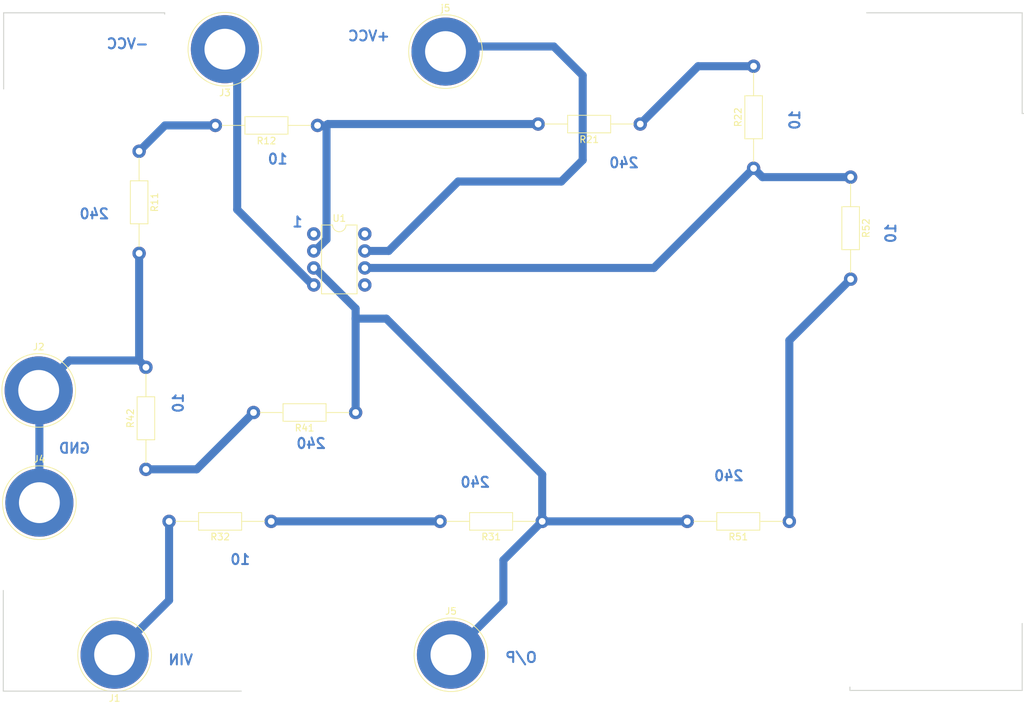
<source format=kicad_pcb>
(kicad_pcb (version 4) (host pcbnew 4.0.6)

  (general
    (links 19)
    (no_connects 0)
    (area 68.245399 58.465 221.309001 164.139)
    (thickness 1.6)
    (drawings 27)
    (tracks 50)
    (zones 0)
    (modules 17)
    (nets 16)
  )

  (page A4)
  (layers
    (0 F.Cu signal)
    (31 B.Cu signal)
    (32 B.Adhes user)
    (33 F.Adhes user)
    (34 B.Paste user)
    (35 F.Paste user)
    (36 B.SilkS user)
    (37 F.SilkS user)
    (38 B.Mask user)
    (39 F.Mask user)
    (40 Dwgs.User user)
    (41 Cmts.User user)
    (42 Eco1.User user)
    (43 Eco2.User user)
    (44 Edge.Cuts user)
    (45 Margin user)
    (46 B.CrtYd user)
    (47 F.CrtYd user)
    (48 B.Fab user)
    (49 F.Fab user)
  )

  (setup
    (last_trace_width 1.2)
    (trace_clearance 0.3)
    (zone_clearance 0.508)
    (zone_45_only no)
    (trace_min 0.2)
    (segment_width 0.2)
    (edge_width 0.15)
    (via_size 0.6)
    (via_drill 0.4)
    (via_min_size 0.4)
    (via_min_drill 0.3)
    (uvia_size 0.3)
    (uvia_drill 0.1)
    (uvias_allowed no)
    (uvia_min_size 0.2)
    (uvia_min_drill 0.1)
    (pcb_text_width 0.3)
    (pcb_text_size 1.5 1.5)
    (mod_edge_width 0.15)
    (mod_text_size 1 1)
    (mod_text_width 0.15)
    (pad_size 2 2)
    (pad_drill 1)
    (pad_to_mask_clearance 0.15)
    (aux_axis_origin 0 0)
    (visible_elements 7FFFFFFF)
    (pcbplotparams
      (layerselection 0x00030_80000001)
      (usegerberextensions false)
      (excludeedgelayer true)
      (linewidth 0.100000)
      (plotframeref false)
      (viasonmask false)
      (mode 1)
      (useauxorigin false)
      (hpglpennumber 1)
      (hpglpenspeed 20)
      (hpglpendiameter 15)
      (hpglpenoverlay 2)
      (psnegative false)
      (psa4output false)
      (plotreference true)
      (plotvalue true)
      (plotinvisibletext false)
      (padsonsilk false)
      (subtractmaskfromsilk false)
      (outputformat 1)
      (mirror false)
      (drillshape 1)
      (scaleselection 1)
      (outputdirectory ""))
  )

  (net 0 "")
  (net 1 /vin)
  (net 2 /gnd)
  (net 3 "Net-(J3-Pad1)")
  (net 4 "Net-(U1-Pad7)")
  (net 5 "Net-(R11-Pad1)")
  (net 6 "Net-(R12-Pad1)")
  (net 7 "Net-(R21-Pad1)")
  (net 8 "Net-(R22-Pad1)")
  (net 9 "Net-(R31-Pad2)")
  (net 10 "Net-(R41-Pad2)")
  (net 11 "Net-(R51-Pad1)")
  (net 12 "Net-(U1-Pad1)")
  (net 13 "Net-(U1-Pad5)")
  (net 14 "Net-(U1-Pad8)")
  (net 15 "Net-(J5-Pad1)")

  (net_class Default "This is the default net class."
    (clearance 0.3)
    (trace_width 1.2)
    (via_dia 0.6)
    (via_drill 0.4)
    (uvia_dia 0.3)
    (uvia_drill 0.1)
    (add_net /gnd)
    (add_net /vin)
    (add_net "Net-(J3-Pad1)")
    (add_net "Net-(J5-Pad1)")
    (add_net "Net-(R11-Pad1)")
    (add_net "Net-(R12-Pad1)")
    (add_net "Net-(R21-Pad1)")
    (add_net "Net-(R22-Pad1)")
    (add_net "Net-(R31-Pad2)")
    (add_net "Net-(R41-Pad2)")
    (add_net "Net-(R51-Pad1)")
    (add_net "Net-(U1-Pad1)")
    (add_net "Net-(U1-Pad5)")
    (add_net "Net-(U1-Pad7)")
    (add_net "Net-(U1-Pad8)")
  )

  (module Housings_DIP:DIP-8_W7.62mm (layer F.Cu) (tedit 59E43BF5) (tstamp 59E3BCEB)
    (at 115.367 93.6244)
    (descr "8-lead though-hole mounted DIP package, row spacing 7.62 mm (300 mils)")
    (tags "THT DIP DIL PDIP 2.54mm 7.62mm 300mil")
    (path /59E3B66D)
    (fp_text reference U1 (at 3.81 -2.33) (layer F.SilkS)
      (effects (font (size 1 1) (thickness 0.15)))
    )
    (fp_text value LM741 (at 3.81 9.95) (layer F.Fab)
      (effects (font (size 1 1) (thickness 0.15)))
    )
    (fp_arc (start 3.81 -1.33) (end 2.81 -1.33) (angle -180) (layer F.SilkS) (width 0.12))
    (fp_line (start 1.635 -1.27) (end 6.985 -1.27) (layer F.Fab) (width 0.1))
    (fp_line (start 6.985 -1.27) (end 6.985 8.89) (layer F.Fab) (width 0.1))
    (fp_line (start 6.985 8.89) (end 0.635 8.89) (layer F.Fab) (width 0.1))
    (fp_line (start 0.635 8.89) (end 0.635 -0.27) (layer F.Fab) (width 0.1))
    (fp_line (start 0.635 -0.27) (end 1.635 -1.27) (layer F.Fab) (width 0.1))
    (fp_line (start 2.81 -1.33) (end 1.16 -1.33) (layer F.SilkS) (width 0.12))
    (fp_line (start 1.16 -1.33) (end 1.16 8.95) (layer F.SilkS) (width 0.12))
    (fp_line (start 1.16 8.95) (end 6.46 8.95) (layer F.SilkS) (width 0.12))
    (fp_line (start 6.46 8.95) (end 6.46 -1.33) (layer F.SilkS) (width 0.12))
    (fp_line (start 6.46 -1.33) (end 4.81 -1.33) (layer F.SilkS) (width 0.12))
    (fp_line (start -1.1 -1.55) (end -1.1 9.15) (layer F.CrtYd) (width 0.05))
    (fp_line (start -1.1 9.15) (end 8.7 9.15) (layer F.CrtYd) (width 0.05))
    (fp_line (start 8.7 9.15) (end 8.7 -1.55) (layer F.CrtYd) (width 0.05))
    (fp_line (start 8.7 -1.55) (end -1.1 -1.55) (layer F.CrtYd) (width 0.05))
    (fp_text user %R (at 3.81 3.81) (layer F.Fab)
      (effects (font (size 1 1) (thickness 0.15)))
    )
    (pad 1 thru_hole circle (at 0 0) (size 2 2) (drill 1) (layers *.Cu *.Mask)
      (net 12 "Net-(U1-Pad1)"))
    (pad 5 thru_hole circle (at 7.62 7.62) (size 2 2) (drill 1) (layers *.Cu *.Mask)
      (net 13 "Net-(U1-Pad5)"))
    (pad 2 thru_hole circle (at 0 2.54) (size 2 2) (drill 1) (layers *.Cu *.Mask)
      (net 6 "Net-(R12-Pad1)"))
    (pad 6 thru_hole circle (at 7.62 5.08) (size 2 2) (drill 1) (layers *.Cu *.Mask)
      (net 8 "Net-(R22-Pad1)"))
    (pad 3 thru_hole circle (at 0 5.08) (size 2 2) (drill 1) (layers *.Cu *.Mask)
      (net 15 "Net-(J5-Pad1)"))
    (pad 7 thru_hole circle (at 7.62 2.54) (size 2 2) (drill 1) (layers *.Cu *.Mask)
      (net 4 "Net-(U1-Pad7)"))
    (pad 4 thru_hole circle (at 0 7.62) (size 2 2) (drill 1) (layers *.Cu *.Mask)
      (net 3 "Net-(J3-Pad1)"))
    (pad 8 thru_hole circle (at 7.62 0) (size 2 2) (drill 1) (layers *.Cu *.Mask)
      (net 14 "Net-(U1-Pad8)") (clearance 0.15))
    (model ${KISYS3DMOD}/Housings_DIP.3dshapes/DIP-8_W7.62mm.wrl
      (at (xyz 0 0 0))
      (scale (xyz 1 1 1))
      (rotate (xyz 0 0 0))
    )
  )

  (module Connectors:Banana_Jack_1Pin (layer F.Cu) (tedit 59774291) (tstamp 59E43A1D)
    (at 85.6488 156.464 180)
    (descr "Single banana socket, footprint - 6mm drill")
    (tags "banana socket")
    (path /59E3BD11)
    (fp_text reference J1 (at 0 -6.5 180) (layer F.SilkS)
      (effects (font (size 1 1) (thickness 0.15)))
    )
    (fp_text value Vin (at -0.25 6.5 180) (layer F.Fab)
      (effects (font (size 1 1) (thickness 0.15)))
    )
    (fp_text user %R (at 0 0 180) (layer F.Fab)
      (effects (font (size 0.8 0.8) (thickness 0.12)))
    )
    (fp_circle (center 0 0) (end 5.75 0) (layer F.CrtYd) (width 0.05))
    (fp_circle (center 0 0) (end 2 0) (layer F.Fab) (width 0.1))
    (fp_circle (center 0 0) (end 4.85 0.05) (layer F.Fab) (width 0.1))
    (fp_circle (center 0 0) (end 5.5 0) (layer F.SilkS) (width 0.12))
    (pad 1 thru_hole circle (at 0 0 180) (size 10.16 10.16) (drill 6.1) (layers *.Cu *.Mask)
      (net 1 /vin))
    (model ${KISYS3DMOD}/Connectors.3dshapes/Banana_Jack_1Pin.wrl
      (at (xyz 0 0 0))
      (scale (xyz 2 2 2))
      (rotate (xyz 0 0 0))
    )
  )

  (module Connectors:Banana_Jack_1Pin (layer F.Cu) (tedit 59774291) (tstamp 59E43A21)
    (at 74.3204 116.992)
    (descr "Single banana socket, footprint - 6mm drill")
    (tags "banana socket")
    (path /59E3BD64)
    (fp_text reference J2 (at 0 -6.5) (layer F.SilkS)
      (effects (font (size 1 1) (thickness 0.15)))
    )
    (fp_text value GND (at -0.25 6.5) (layer F.Fab)
      (effects (font (size 1 1) (thickness 0.15)))
    )
    (fp_text user %R (at 0 0) (layer F.Fab)
      (effects (font (size 0.8 0.8) (thickness 0.12)))
    )
    (fp_circle (center 0 0) (end 5.75 0) (layer F.CrtYd) (width 0.05))
    (fp_circle (center 0 0) (end 2 0) (layer F.Fab) (width 0.1))
    (fp_circle (center 0 0) (end 4.85 0.05) (layer F.Fab) (width 0.1))
    (fp_circle (center 0 0) (end 5.5 0) (layer F.SilkS) (width 0.12))
    (pad 1 thru_hole circle (at 0 0) (size 10.16 10.16) (drill 6.1) (layers *.Cu *.Mask)
      (net 2 /gnd))
    (model ${KISYS3DMOD}/Connectors.3dshapes/Banana_Jack_1Pin.wrl
      (at (xyz 0 0 0))
      (scale (xyz 2 2 2))
      (rotate (xyz 0 0 0))
    )
  )

  (module Connectors:Banana_Jack_1Pin (layer F.Cu) (tedit 59774291) (tstamp 59E43A25)
    (at 102.108 66.04 180)
    (descr "Single banana socket, footprint - 6mm drill")
    (tags "banana socket")
    (path /59E3C085)
    (fp_text reference J3 (at 0 -6.5 180) (layer F.SilkS)
      (effects (font (size 1 1) (thickness 0.15)))
    )
    (fp_text value -VEE (at -0.25 6.5 180) (layer F.Fab)
      (effects (font (size 1 1) (thickness 0.15)))
    )
    (fp_text user %R (at 0 0 180) (layer F.Fab)
      (effects (font (size 0.8 0.8) (thickness 0.12)))
    )
    (fp_circle (center 0 0) (end 5.75 0) (layer F.CrtYd) (width 0.05))
    (fp_circle (center 0 0) (end 2 0) (layer F.Fab) (width 0.1))
    (fp_circle (center 0 0) (end 4.85 0.05) (layer F.Fab) (width 0.1))
    (fp_circle (center 0 0) (end 5.5 0) (layer F.SilkS) (width 0.12))
    (pad 1 thru_hole circle (at 0 0 180) (size 10.16 10.16) (drill 6.1) (layers *.Cu *.Mask)
      (net 3 "Net-(J3-Pad1)"))
    (model ${KISYS3DMOD}/Connectors.3dshapes/Banana_Jack_1Pin.wrl
      (at (xyz 0 0 0))
      (scale (xyz 2 2 2))
      (rotate (xyz 0 0 0))
    )
  )

  (module Connectors:Banana_Jack_1Pin (layer F.Cu) (tedit 59774291) (tstamp 59E43A29)
    (at 74.422 133.756)
    (descr "Single banana socket, footprint - 6mm drill")
    (tags "banana socket")
    (path /59E3C036)
    (fp_text reference J4 (at 0 -6.5) (layer F.SilkS)
      (effects (font (size 1 1) (thickness 0.15)))
    )
    (fp_text value GND (at -0.25 6.5) (layer F.Fab)
      (effects (font (size 1 1) (thickness 0.15)))
    )
    (fp_text user %R (at 0 0) (layer F.Fab)
      (effects (font (size 0.8 0.8) (thickness 0.12)))
    )
    (fp_circle (center 0 0) (end 5.75 0) (layer F.CrtYd) (width 0.05))
    (fp_circle (center 0 0) (end 2 0) (layer F.Fab) (width 0.1))
    (fp_circle (center 0 0) (end 4.85 0.05) (layer F.Fab) (width 0.1))
    (fp_circle (center 0 0) (end 5.5 0) (layer F.SilkS) (width 0.12))
    (pad 1 thru_hole circle (at 0 0) (size 10.16 10.16) (drill 6.1) (layers *.Cu *.Mask)
      (net 2 /gnd))
    (model ${KISYS3DMOD}/Connectors.3dshapes/Banana_Jack_1Pin.wrl
      (at (xyz 0 0 0))
      (scale (xyz 2 2 2))
      (rotate (xyz 0 0 0))
    )
  )

  (module Connectors:Banana_Jack_1Pin (layer F.Cu) (tedit 59774291) (tstamp 59E43A31)
    (at 135.839 156.464)
    (descr "Single banana socket, footprint - 6mm drill")
    (tags "banana socket")
    (path /59E4496B)
    (fp_text reference J5 (at 0 -6.5) (layer F.SilkS)
      (effects (font (size 1 1) (thickness 0.15)))
    )
    (fp_text value O/P (at -0.25 6.5) (layer F.Fab)
      (effects (font (size 1 1) (thickness 0.15)))
    )
    (fp_text user %R (at 0 0) (layer F.Fab)
      (effects (font (size 0.8 0.8) (thickness 0.12)))
    )
    (fp_circle (center 0 0) (end 5.75 0) (layer F.CrtYd) (width 0.05))
    (fp_circle (center 0 0) (end 2 0) (layer F.Fab) (width 0.1))
    (fp_circle (center 0 0) (end 4.85 0.05) (layer F.Fab) (width 0.1))
    (fp_circle (center 0 0) (end 5.5 0) (layer F.SilkS) (width 0.12))
    (pad 1 thru_hole circle (at 0 0) (size 10.16 10.16) (drill 6.1) (layers *.Cu *.Mask)
      (net 15 "Net-(J5-Pad1)"))
    (model ${KISYS3DMOD}/Connectors.3dshapes/Banana_Jack_1Pin.wrl
      (at (xyz 0 0 0))
      (scale (xyz 2 2 2))
      (rotate (xyz 0 0 0))
    )
  )

  (module Connectors:Banana_Jack_1Pin (layer F.Cu) (tedit 59774291) (tstamp 59E43A32)
    (at 135.0264 66.3956)
    (descr "Single banana socket, footprint - 6mm drill")
    (tags "banana socket")
    (path /59E3BFF7)
    (fp_text reference j5 (at 0 -6.5) (layer F.SilkS)
      (effects (font (size 1 1) (thickness 0.15)))
    )
    (fp_text value +VCC (at -0.25 6.5) (layer F.Fab)
      (effects (font (size 1 1) (thickness 0.15)))
    )
    (fp_text user %R (at 0 0) (layer F.Fab)
      (effects (font (size 0.8 0.8) (thickness 0.12)))
    )
    (fp_circle (center 0 0) (end 5.75 0) (layer F.CrtYd) (width 0.05))
    (fp_circle (center 0 0) (end 2 0) (layer F.Fab) (width 0.1))
    (fp_circle (center 0 0) (end 4.85 0.05) (layer F.Fab) (width 0.1))
    (fp_circle (center 0 0) (end 5.5 0) (layer F.SilkS) (width 0.12))
    (pad 1 thru_hole circle (at 0 0) (size 10.16 10.16) (drill 6.1) (layers *.Cu *.Mask)
      (net 4 "Net-(U1-Pad7)"))
    (model ${KISYS3DMOD}/Connectors.3dshapes/Banana_Jack_1Pin.wrl
      (at (xyz 0 0 0))
      (scale (xyz 2 2 2))
      (rotate (xyz 0 0 0))
    )
  )

  (module Resistors_THT:R_Axial_DIN0207_L6.3mm_D2.5mm_P15.24mm_Horizontal (layer F.Cu) (tedit 59E43C11) (tstamp 59E43A36)
    (at 89.3064 81.28 270)
    (descr "Resistor, Axial_DIN0207 series, Axial, Horizontal, pin pitch=15.24mm, 0.25W = 1/4W, length*diameter=6.3*2.5mm^2, http://cdn-reichelt.de/documents/datenblatt/B400/1_4W%23YAG.pdf")
    (tags "Resistor Axial_DIN0207 series Axial Horizontal pin pitch 15.24mm 0.25W = 1/4W length 6.3mm diameter 2.5mm")
    (path /59E3B72E)
    (fp_text reference R11 (at 7.62 -2.31 270) (layer F.SilkS)
      (effects (font (size 1 1) (thickness 0.15)))
    )
    (fp_text value 240 (at 7.62 2.31 270) (layer F.Fab)
      (effects (font (size 1 1) (thickness 0.15)))
    )
    (fp_line (start 4.47 -1.25) (end 4.47 1.25) (layer F.Fab) (width 0.1))
    (fp_line (start 4.47 1.25) (end 10.77 1.25) (layer F.Fab) (width 0.1))
    (fp_line (start 10.77 1.25) (end 10.77 -1.25) (layer F.Fab) (width 0.1))
    (fp_line (start 10.77 -1.25) (end 4.47 -1.25) (layer F.Fab) (width 0.1))
    (fp_line (start 0 0) (end 4.47 0) (layer F.Fab) (width 0.1))
    (fp_line (start 15.24 0) (end 10.77 0) (layer F.Fab) (width 0.1))
    (fp_line (start 4.41 -1.31) (end 4.41 1.31) (layer F.SilkS) (width 0.12))
    (fp_line (start 4.41 1.31) (end 10.83 1.31) (layer F.SilkS) (width 0.12))
    (fp_line (start 10.83 1.31) (end 10.83 -1.31) (layer F.SilkS) (width 0.12))
    (fp_line (start 10.83 -1.31) (end 4.41 -1.31) (layer F.SilkS) (width 0.12))
    (fp_line (start 0.98 0) (end 4.41 0) (layer F.SilkS) (width 0.12))
    (fp_line (start 14.26 0) (end 10.83 0) (layer F.SilkS) (width 0.12))
    (fp_line (start -1.05 -1.6) (end -1.05 1.6) (layer F.CrtYd) (width 0.05))
    (fp_line (start -1.05 1.6) (end 16.3 1.6) (layer F.CrtYd) (width 0.05))
    (fp_line (start 16.3 1.6) (end 16.3 -1.6) (layer F.CrtYd) (width 0.05))
    (fp_line (start 16.3 -1.6) (end -1.05 -1.6) (layer F.CrtYd) (width 0.05))
    (pad 1 thru_hole circle (at 0 0 270) (size 2 2) (drill 1) (layers *.Cu *.Mask)
      (net 5 "Net-(R11-Pad1)"))
    (pad 2 thru_hole circle (at 15.24 0 270) (size 2 2) (drill 1) (layers *.Cu *.Mask)
      (net 2 /gnd))
    (model ${KISYS3DMOD}/Resistors_THT.3dshapes/R_Axial_DIN0207_L6.3mm_D2.5mm_P15.24mm_Horizontal.wrl
      (at (xyz 0 0 0))
      (scale (xyz 0.393701 0.393701 0.393701))
      (rotate (xyz 0 0 0))
    )
  )

  (module Resistors_THT:R_Axial_DIN0207_L6.3mm_D2.5mm_P15.24mm_Horizontal (layer F.Cu) (tedit 5874F706) (tstamp 59E43A3B)
    (at 115.926 77.4192 180)
    (descr "Resistor, Axial_DIN0207 series, Axial, Horizontal, pin pitch=15.24mm, 0.25W = 1/4W, length*diameter=6.3*2.5mm^2, http://cdn-reichelt.de/documents/datenblatt/B400/1_4W%23YAG.pdf")
    (tags "Resistor Axial_DIN0207 series Axial Horizontal pin pitch 15.24mm 0.25W = 1/4W length 6.3mm diameter 2.5mm")
    (path /59E3B6C1)
    (fp_text reference R12 (at 7.62 -2.31 180) (layer F.SilkS)
      (effects (font (size 1 1) (thickness 0.15)))
    )
    (fp_text value 10 (at 7.62 2.31 180) (layer F.Fab)
      (effects (font (size 1 1) (thickness 0.15)))
    )
    (fp_line (start 4.47 -1.25) (end 4.47 1.25) (layer F.Fab) (width 0.1))
    (fp_line (start 4.47 1.25) (end 10.77 1.25) (layer F.Fab) (width 0.1))
    (fp_line (start 10.77 1.25) (end 10.77 -1.25) (layer F.Fab) (width 0.1))
    (fp_line (start 10.77 -1.25) (end 4.47 -1.25) (layer F.Fab) (width 0.1))
    (fp_line (start 0 0) (end 4.47 0) (layer F.Fab) (width 0.1))
    (fp_line (start 15.24 0) (end 10.77 0) (layer F.Fab) (width 0.1))
    (fp_line (start 4.41 -1.31) (end 4.41 1.31) (layer F.SilkS) (width 0.12))
    (fp_line (start 4.41 1.31) (end 10.83 1.31) (layer F.SilkS) (width 0.12))
    (fp_line (start 10.83 1.31) (end 10.83 -1.31) (layer F.SilkS) (width 0.12))
    (fp_line (start 10.83 -1.31) (end 4.41 -1.31) (layer F.SilkS) (width 0.12))
    (fp_line (start 0.98 0) (end 4.41 0) (layer F.SilkS) (width 0.12))
    (fp_line (start 14.26 0) (end 10.83 0) (layer F.SilkS) (width 0.12))
    (fp_line (start -1.05 -1.6) (end -1.05 1.6) (layer F.CrtYd) (width 0.05))
    (fp_line (start -1.05 1.6) (end 16.3 1.6) (layer F.CrtYd) (width 0.05))
    (fp_line (start 16.3 1.6) (end 16.3 -1.6) (layer F.CrtYd) (width 0.05))
    (fp_line (start 16.3 -1.6) (end -1.05 -1.6) (layer F.CrtYd) (width 0.05))
    (pad 1 thru_hole circle (at 0 0 180) (size 2 2) (drill 1) (layers *.Cu *.Mask)
      (net 6 "Net-(R12-Pad1)"))
    (pad 2 thru_hole circle (at 15.24 0 180) (size 2 2) (drill 1) (layers *.Cu *.Mask)
      (net 5 "Net-(R11-Pad1)"))
    (model ${KISYS3DMOD}/Resistors_THT.3dshapes/R_Axial_DIN0207_L6.3mm_D2.5mm_P15.24mm_Horizontal.wrl
      (at (xyz 0 0 0))
      (scale (xyz 0.393701 0.393701 0.393701))
      (rotate (xyz 0 0 0))
    )
  )

  (module Resistors_THT:R_Axial_DIN0207_L6.3mm_D2.5mm_P15.24mm_Horizontal (layer F.Cu) (tedit 5874F706) (tstamp 59E43A40)
    (at 164.084 77.216 180)
    (descr "Resistor, Axial_DIN0207 series, Axial, Horizontal, pin pitch=15.24mm, 0.25W = 1/4W, length*diameter=6.3*2.5mm^2, http://cdn-reichelt.de/documents/datenblatt/B400/1_4W%23YAG.pdf")
    (tags "Resistor Axial_DIN0207 series Axial Horizontal pin pitch 15.24mm 0.25W = 1/4W length 6.3mm diameter 2.5mm")
    (path /59E3B78F)
    (fp_text reference R21 (at 7.62 -2.31 180) (layer F.SilkS)
      (effects (font (size 1 1) (thickness 0.15)))
    )
    (fp_text value 240 (at 7.62 2.31 180) (layer F.Fab)
      (effects (font (size 1 1) (thickness 0.15)))
    )
    (fp_line (start 4.47 -1.25) (end 4.47 1.25) (layer F.Fab) (width 0.1))
    (fp_line (start 4.47 1.25) (end 10.77 1.25) (layer F.Fab) (width 0.1))
    (fp_line (start 10.77 1.25) (end 10.77 -1.25) (layer F.Fab) (width 0.1))
    (fp_line (start 10.77 -1.25) (end 4.47 -1.25) (layer F.Fab) (width 0.1))
    (fp_line (start 0 0) (end 4.47 0) (layer F.Fab) (width 0.1))
    (fp_line (start 15.24 0) (end 10.77 0) (layer F.Fab) (width 0.1))
    (fp_line (start 4.41 -1.31) (end 4.41 1.31) (layer F.SilkS) (width 0.12))
    (fp_line (start 4.41 1.31) (end 10.83 1.31) (layer F.SilkS) (width 0.12))
    (fp_line (start 10.83 1.31) (end 10.83 -1.31) (layer F.SilkS) (width 0.12))
    (fp_line (start 10.83 -1.31) (end 4.41 -1.31) (layer F.SilkS) (width 0.12))
    (fp_line (start 0.98 0) (end 4.41 0) (layer F.SilkS) (width 0.12))
    (fp_line (start 14.26 0) (end 10.83 0) (layer F.SilkS) (width 0.12))
    (fp_line (start -1.05 -1.6) (end -1.05 1.6) (layer F.CrtYd) (width 0.05))
    (fp_line (start -1.05 1.6) (end 16.3 1.6) (layer F.CrtYd) (width 0.05))
    (fp_line (start 16.3 1.6) (end 16.3 -1.6) (layer F.CrtYd) (width 0.05))
    (fp_line (start 16.3 -1.6) (end -1.05 -1.6) (layer F.CrtYd) (width 0.05))
    (pad 1 thru_hole circle (at 0 0 180) (size 2 2) (drill 1) (layers *.Cu *.Mask)
      (net 7 "Net-(R21-Pad1)"))
    (pad 2 thru_hole circle (at 15.24 0 180) (size 2 2) (drill 1) (layers *.Cu *.Mask)
      (net 6 "Net-(R12-Pad1)"))
    (model ${KISYS3DMOD}/Resistors_THT.3dshapes/R_Axial_DIN0207_L6.3mm_D2.5mm_P15.24mm_Horizontal.wrl
      (at (xyz 0 0 0))
      (scale (xyz 0.393701 0.393701 0.393701))
      (rotate (xyz 0 0 0))
    )
  )

  (module Resistors_THT:R_Axial_DIN0207_L6.3mm_D2.5mm_P15.24mm_Horizontal (layer F.Cu) (tedit 5874F706) (tstamp 59E43A45)
    (at 181 83.82 90)
    (descr "Resistor, Axial_DIN0207 series, Axial, Horizontal, pin pitch=15.24mm, 0.25W = 1/4W, length*diameter=6.3*2.5mm^2, http://cdn-reichelt.de/documents/datenblatt/B400/1_4W%23YAG.pdf")
    (tags "Resistor Axial_DIN0207 series Axial Horizontal pin pitch 15.24mm 0.25W = 1/4W length 6.3mm diameter 2.5mm")
    (path /59E3B7DA)
    (fp_text reference R22 (at 7.62 -2.31 90) (layer F.SilkS)
      (effects (font (size 1 1) (thickness 0.15)))
    )
    (fp_text value 10 (at 7.62 2.31 90) (layer F.Fab)
      (effects (font (size 1 1) (thickness 0.15)))
    )
    (fp_line (start 4.47 -1.25) (end 4.47 1.25) (layer F.Fab) (width 0.1))
    (fp_line (start 4.47 1.25) (end 10.77 1.25) (layer F.Fab) (width 0.1))
    (fp_line (start 10.77 1.25) (end 10.77 -1.25) (layer F.Fab) (width 0.1))
    (fp_line (start 10.77 -1.25) (end 4.47 -1.25) (layer F.Fab) (width 0.1))
    (fp_line (start 0 0) (end 4.47 0) (layer F.Fab) (width 0.1))
    (fp_line (start 15.24 0) (end 10.77 0) (layer F.Fab) (width 0.1))
    (fp_line (start 4.41 -1.31) (end 4.41 1.31) (layer F.SilkS) (width 0.12))
    (fp_line (start 4.41 1.31) (end 10.83 1.31) (layer F.SilkS) (width 0.12))
    (fp_line (start 10.83 1.31) (end 10.83 -1.31) (layer F.SilkS) (width 0.12))
    (fp_line (start 10.83 -1.31) (end 4.41 -1.31) (layer F.SilkS) (width 0.12))
    (fp_line (start 0.98 0) (end 4.41 0) (layer F.SilkS) (width 0.12))
    (fp_line (start 14.26 0) (end 10.83 0) (layer F.SilkS) (width 0.12))
    (fp_line (start -1.05 -1.6) (end -1.05 1.6) (layer F.CrtYd) (width 0.05))
    (fp_line (start -1.05 1.6) (end 16.3 1.6) (layer F.CrtYd) (width 0.05))
    (fp_line (start 16.3 1.6) (end 16.3 -1.6) (layer F.CrtYd) (width 0.05))
    (fp_line (start 16.3 -1.6) (end -1.05 -1.6) (layer F.CrtYd) (width 0.05))
    (pad 1 thru_hole circle (at 0 0 90) (size 2 2) (drill 1) (layers *.Cu *.Mask)
      (net 8 "Net-(R22-Pad1)"))
    (pad 2 thru_hole circle (at 15.24 0 90) (size 2 2) (drill 1) (layers *.Cu *.Mask)
      (net 7 "Net-(R21-Pad1)"))
    (model ${KISYS3DMOD}/Resistors_THT.3dshapes/R_Axial_DIN0207_L6.3mm_D2.5mm_P15.24mm_Horizontal.wrl
      (at (xyz 0 0 0))
      (scale (xyz 0.393701 0.393701 0.393701))
      (rotate (xyz 0 0 0))
    )
  )

  (module Resistors_THT:R_Axial_DIN0207_L6.3mm_D2.5mm_P15.24mm_Horizontal (layer F.Cu) (tedit 5874F706) (tstamp 59E43A4A)
    (at 149.454 136.55 180)
    (descr "Resistor, Axial_DIN0207 series, Axial, Horizontal, pin pitch=15.24mm, 0.25W = 1/4W, length*diameter=6.3*2.5mm^2, http://cdn-reichelt.de/documents/datenblatt/B400/1_4W%23YAG.pdf")
    (tags "Resistor Axial_DIN0207 series Axial Horizontal pin pitch 15.24mm 0.25W = 1/4W length 6.3mm diameter 2.5mm")
    (path /59E3B9F2)
    (fp_text reference R31 (at 7.62 -2.31 180) (layer F.SilkS)
      (effects (font (size 1 1) (thickness 0.15)))
    )
    (fp_text value 240 (at 7.62 2.31 180) (layer F.Fab)
      (effects (font (size 1 1) (thickness 0.15)))
    )
    (fp_line (start 4.47 -1.25) (end 4.47 1.25) (layer F.Fab) (width 0.1))
    (fp_line (start 4.47 1.25) (end 10.77 1.25) (layer F.Fab) (width 0.1))
    (fp_line (start 10.77 1.25) (end 10.77 -1.25) (layer F.Fab) (width 0.1))
    (fp_line (start 10.77 -1.25) (end 4.47 -1.25) (layer F.Fab) (width 0.1))
    (fp_line (start 0 0) (end 4.47 0) (layer F.Fab) (width 0.1))
    (fp_line (start 15.24 0) (end 10.77 0) (layer F.Fab) (width 0.1))
    (fp_line (start 4.41 -1.31) (end 4.41 1.31) (layer F.SilkS) (width 0.12))
    (fp_line (start 4.41 1.31) (end 10.83 1.31) (layer F.SilkS) (width 0.12))
    (fp_line (start 10.83 1.31) (end 10.83 -1.31) (layer F.SilkS) (width 0.12))
    (fp_line (start 10.83 -1.31) (end 4.41 -1.31) (layer F.SilkS) (width 0.12))
    (fp_line (start 0.98 0) (end 4.41 0) (layer F.SilkS) (width 0.12))
    (fp_line (start 14.26 0) (end 10.83 0) (layer F.SilkS) (width 0.12))
    (fp_line (start -1.05 -1.6) (end -1.05 1.6) (layer F.CrtYd) (width 0.05))
    (fp_line (start -1.05 1.6) (end 16.3 1.6) (layer F.CrtYd) (width 0.05))
    (fp_line (start 16.3 1.6) (end 16.3 -1.6) (layer F.CrtYd) (width 0.05))
    (fp_line (start 16.3 -1.6) (end -1.05 -1.6) (layer F.CrtYd) (width 0.05))
    (pad 1 thru_hole circle (at 0 0 180) (size 2 2) (drill 1) (layers *.Cu *.Mask)
      (net 15 "Net-(J5-Pad1)"))
    (pad 2 thru_hole circle (at 15.24 0 180) (size 2 2) (drill 1) (layers *.Cu *.Mask)
      (net 9 "Net-(R31-Pad2)"))
    (model ${KISYS3DMOD}/Resistors_THT.3dshapes/R_Axial_DIN0207_L6.3mm_D2.5mm_P15.24mm_Horizontal.wrl
      (at (xyz 0 0 0))
      (scale (xyz 0.393701 0.393701 0.393701))
      (rotate (xyz 0 0 0))
    )
  )

  (module Resistors_THT:R_Axial_DIN0207_L6.3mm_D2.5mm_P15.24mm_Horizontal (layer F.Cu) (tedit 59E43C45) (tstamp 59E43A4F)
    (at 109.017 136.55 180)
    (descr "Resistor, Axial_DIN0207 series, Axial, Horizontal, pin pitch=15.24mm, 0.25W = 1/4W, length*diameter=6.3*2.5mm^2, http://cdn-reichelt.de/documents/datenblatt/B400/1_4W%23YAG.pdf")
    (tags "Resistor Axial_DIN0207 series Axial Horizontal pin pitch 15.24mm 0.25W = 1/4W length 6.3mm diameter 2.5mm")
    (path /59E3BA2B)
    (fp_text reference R32 (at 7.62 -2.31 180) (layer F.SilkS)
      (effects (font (size 1 1) (thickness 0.15)))
    )
    (fp_text value 10 (at 7.62 2.31 180) (layer F.Fab)
      (effects (font (size 1 1) (thickness 0.15)))
    )
    (fp_line (start 4.47 -1.25) (end 4.47 1.25) (layer F.Fab) (width 0.1))
    (fp_line (start 4.47 1.25) (end 10.77 1.25) (layer F.Fab) (width 0.1))
    (fp_line (start 10.77 1.25) (end 10.77 -1.25) (layer F.Fab) (width 0.1))
    (fp_line (start 10.77 -1.25) (end 4.47 -1.25) (layer F.Fab) (width 0.1))
    (fp_line (start 0 0) (end 4.47 0) (layer F.Fab) (width 0.1))
    (fp_line (start 15.24 0) (end 10.77 0) (layer F.Fab) (width 0.1))
    (fp_line (start 4.41 -1.31) (end 4.41 1.31) (layer F.SilkS) (width 0.12))
    (fp_line (start 4.41 1.31) (end 10.83 1.31) (layer F.SilkS) (width 0.12))
    (fp_line (start 10.83 1.31) (end 10.83 -1.31) (layer F.SilkS) (width 0.12))
    (fp_line (start 10.83 -1.31) (end 4.41 -1.31) (layer F.SilkS) (width 0.12))
    (fp_line (start 0.98 0) (end 4.41 0) (layer F.SilkS) (width 0.12))
    (fp_line (start 14.26 0) (end 10.83 0) (layer F.SilkS) (width 0.12))
    (fp_line (start -1.05 -1.6) (end -1.05 1.6) (layer F.CrtYd) (width 0.05))
    (fp_line (start -1.05 1.6) (end 16.3 1.6) (layer F.CrtYd) (width 0.05))
    (fp_line (start 16.3 1.6) (end 16.3 -1.6) (layer F.CrtYd) (width 0.05))
    (fp_line (start 16.3 -1.6) (end -1.05 -1.6) (layer F.CrtYd) (width 0.05))
    (pad 1 thru_hole circle (at 0 0 180) (size 2 2) (drill 1) (layers *.Cu *.Mask)
      (net 9 "Net-(R31-Pad2)"))
    (pad 2 thru_hole circle (at 15.24 0 180) (size 2 2) (drill 1) (layers *.Cu *.Mask)
      (net 1 /vin))
    (model ${KISYS3DMOD}/Resistors_THT.3dshapes/R_Axial_DIN0207_L6.3mm_D2.5mm_P15.24mm_Horizontal.wrl
      (at (xyz 0 0 0))
      (scale (xyz 0.393701 0.393701 0.393701))
      (rotate (xyz 0 0 0))
    )
  )

  (module Resistors_THT:R_Axial_DIN0207_L6.3mm_D2.5mm_P15.24mm_Horizontal (layer F.Cu) (tedit 59E43C65) (tstamp 59E43A54)
    (at 121.615 120.294 180)
    (descr "Resistor, Axial_DIN0207 series, Axial, Horizontal, pin pitch=15.24mm, 0.25W = 1/4W, length*diameter=6.3*2.5mm^2, http://cdn-reichelt.de/documents/datenblatt/B400/1_4W%23YAG.pdf")
    (tags "Resistor Axial_DIN0207 series Axial Horizontal pin pitch 15.24mm 0.25W = 1/4W length 6.3mm diameter 2.5mm")
    (path /59E3BA6A)
    (fp_text reference R41 (at 7.62 -2.31 180) (layer F.SilkS)
      (effects (font (size 1 1) (thickness 0.15)))
    )
    (fp_text value 240 (at 7.62 2.31 180) (layer F.Fab)
      (effects (font (size 1 1) (thickness 0.15)))
    )
    (fp_line (start 4.47 -1.25) (end 4.47 1.25) (layer F.Fab) (width 0.1))
    (fp_line (start 4.47 1.25) (end 10.77 1.25) (layer F.Fab) (width 0.1))
    (fp_line (start 10.77 1.25) (end 10.77 -1.25) (layer F.Fab) (width 0.1))
    (fp_line (start 10.77 -1.25) (end 4.47 -1.25) (layer F.Fab) (width 0.1))
    (fp_line (start 0 0) (end 4.47 0) (layer F.Fab) (width 0.1))
    (fp_line (start 15.24 0) (end 10.77 0) (layer F.Fab) (width 0.1))
    (fp_line (start 4.41 -1.31) (end 4.41 1.31) (layer F.SilkS) (width 0.12))
    (fp_line (start 4.41 1.31) (end 10.83 1.31) (layer F.SilkS) (width 0.12))
    (fp_line (start 10.83 1.31) (end 10.83 -1.31) (layer F.SilkS) (width 0.12))
    (fp_line (start 10.83 -1.31) (end 4.41 -1.31) (layer F.SilkS) (width 0.12))
    (fp_line (start 0.98 0) (end 4.41 0) (layer F.SilkS) (width 0.12))
    (fp_line (start 14.26 0) (end 10.83 0) (layer F.SilkS) (width 0.12))
    (fp_line (start -1.05 -1.6) (end -1.05 1.6) (layer F.CrtYd) (width 0.05))
    (fp_line (start -1.05 1.6) (end 16.3 1.6) (layer F.CrtYd) (width 0.05))
    (fp_line (start 16.3 1.6) (end 16.3 -1.6) (layer F.CrtYd) (width 0.05))
    (fp_line (start 16.3 -1.6) (end -1.05 -1.6) (layer F.CrtYd) (width 0.05))
    (pad 1 thru_hole circle (at 0 0 180) (size 2 2) (drill 1) (layers *.Cu *.Mask)
      (net 15 "Net-(J5-Pad1)"))
    (pad 2 thru_hole circle (at 15.24 0 180) (size 2 2) (drill 1) (layers *.Cu *.Mask)
      (net 10 "Net-(R41-Pad2)"))
    (model ${KISYS3DMOD}/Resistors_THT.3dshapes/R_Axial_DIN0207_L6.3mm_D2.5mm_P15.24mm_Horizontal.wrl
      (at (xyz 0 0 0))
      (scale (xyz 0.393701 0.393701 0.393701))
      (rotate (xyz 0 0 0))
    )
  )

  (module Resistors_THT:R_Axial_DIN0207_L6.3mm_D2.5mm_P15.24mm_Horizontal (layer F.Cu) (tedit 5874F706) (tstamp 59E43A59)
    (at 90.3224 128.778 90)
    (descr "Resistor, Axial_DIN0207 series, Axial, Horizontal, pin pitch=15.24mm, 0.25W = 1/4W, length*diameter=6.3*2.5mm^2, http://cdn-reichelt.de/documents/datenblatt/B400/1_4W%23YAG.pdf")
    (tags "Resistor Axial_DIN0207 series Axial Horizontal pin pitch 15.24mm 0.25W = 1/4W length 6.3mm diameter 2.5mm")
    (path /59E3BAB1)
    (fp_text reference R42 (at 7.62 -2.31 90) (layer F.SilkS)
      (effects (font (size 1 1) (thickness 0.15)))
    )
    (fp_text value 10 (at 7.62 2.31 90) (layer F.Fab)
      (effects (font (size 1 1) (thickness 0.15)))
    )
    (fp_line (start 4.47 -1.25) (end 4.47 1.25) (layer F.Fab) (width 0.1))
    (fp_line (start 4.47 1.25) (end 10.77 1.25) (layer F.Fab) (width 0.1))
    (fp_line (start 10.77 1.25) (end 10.77 -1.25) (layer F.Fab) (width 0.1))
    (fp_line (start 10.77 -1.25) (end 4.47 -1.25) (layer F.Fab) (width 0.1))
    (fp_line (start 0 0) (end 4.47 0) (layer F.Fab) (width 0.1))
    (fp_line (start 15.24 0) (end 10.77 0) (layer F.Fab) (width 0.1))
    (fp_line (start 4.41 -1.31) (end 4.41 1.31) (layer F.SilkS) (width 0.12))
    (fp_line (start 4.41 1.31) (end 10.83 1.31) (layer F.SilkS) (width 0.12))
    (fp_line (start 10.83 1.31) (end 10.83 -1.31) (layer F.SilkS) (width 0.12))
    (fp_line (start 10.83 -1.31) (end 4.41 -1.31) (layer F.SilkS) (width 0.12))
    (fp_line (start 0.98 0) (end 4.41 0) (layer F.SilkS) (width 0.12))
    (fp_line (start 14.26 0) (end 10.83 0) (layer F.SilkS) (width 0.12))
    (fp_line (start -1.05 -1.6) (end -1.05 1.6) (layer F.CrtYd) (width 0.05))
    (fp_line (start -1.05 1.6) (end 16.3 1.6) (layer F.CrtYd) (width 0.05))
    (fp_line (start 16.3 1.6) (end 16.3 -1.6) (layer F.CrtYd) (width 0.05))
    (fp_line (start 16.3 -1.6) (end -1.05 -1.6) (layer F.CrtYd) (width 0.05))
    (pad 1 thru_hole circle (at 0 0 90) (size 2 2) (drill 1) (layers *.Cu *.Mask)
      (net 10 "Net-(R41-Pad2)"))
    (pad 2 thru_hole circle (at 15.24 0 90) (size 2 2) (drill 1) (layers *.Cu *.Mask)
      (net 2 /gnd))
    (model ${KISYS3DMOD}/Resistors_THT.3dshapes/R_Axial_DIN0207_L6.3mm_D2.5mm_P15.24mm_Horizontal.wrl
      (at (xyz 0 0 0))
      (scale (xyz 0.393701 0.393701 0.393701))
      (rotate (xyz 0 0 0))
    )
  )

  (module Resistors_THT:R_Axial_DIN0207_L6.3mm_D2.5mm_P15.24mm_Horizontal (layer F.Cu) (tedit 5874F706) (tstamp 59E43A5E)
    (at 186.334 136.55 180)
    (descr "Resistor, Axial_DIN0207 series, Axial, Horizontal, pin pitch=15.24mm, 0.25W = 1/4W, length*diameter=6.3*2.5mm^2, http://cdn-reichelt.de/documents/datenblatt/B400/1_4W%23YAG.pdf")
    (tags "Resistor Axial_DIN0207 series Axial Horizontal pin pitch 15.24mm 0.25W = 1/4W length 6.3mm diameter 2.5mm")
    (path /59E3BAEC)
    (fp_text reference R51 (at 7.62 -2.31 180) (layer F.SilkS)
      (effects (font (size 1 1) (thickness 0.15)))
    )
    (fp_text value 240 (at 7.62 2.31 180) (layer F.Fab)
      (effects (font (size 1 1) (thickness 0.15)))
    )
    (fp_line (start 4.47 -1.25) (end 4.47 1.25) (layer F.Fab) (width 0.1))
    (fp_line (start 4.47 1.25) (end 10.77 1.25) (layer F.Fab) (width 0.1))
    (fp_line (start 10.77 1.25) (end 10.77 -1.25) (layer F.Fab) (width 0.1))
    (fp_line (start 10.77 -1.25) (end 4.47 -1.25) (layer F.Fab) (width 0.1))
    (fp_line (start 0 0) (end 4.47 0) (layer F.Fab) (width 0.1))
    (fp_line (start 15.24 0) (end 10.77 0) (layer F.Fab) (width 0.1))
    (fp_line (start 4.41 -1.31) (end 4.41 1.31) (layer F.SilkS) (width 0.12))
    (fp_line (start 4.41 1.31) (end 10.83 1.31) (layer F.SilkS) (width 0.12))
    (fp_line (start 10.83 1.31) (end 10.83 -1.31) (layer F.SilkS) (width 0.12))
    (fp_line (start 10.83 -1.31) (end 4.41 -1.31) (layer F.SilkS) (width 0.12))
    (fp_line (start 0.98 0) (end 4.41 0) (layer F.SilkS) (width 0.12))
    (fp_line (start 14.26 0) (end 10.83 0) (layer F.SilkS) (width 0.12))
    (fp_line (start -1.05 -1.6) (end -1.05 1.6) (layer F.CrtYd) (width 0.05))
    (fp_line (start -1.05 1.6) (end 16.3 1.6) (layer F.CrtYd) (width 0.05))
    (fp_line (start 16.3 1.6) (end 16.3 -1.6) (layer F.CrtYd) (width 0.05))
    (fp_line (start 16.3 -1.6) (end -1.05 -1.6) (layer F.CrtYd) (width 0.05))
    (pad 1 thru_hole circle (at 0 0 180) (size 2 2) (drill 1) (layers *.Cu *.Mask)
      (net 11 "Net-(R51-Pad1)"))
    (pad 2 thru_hole circle (at 15.24 0 180) (size 2 2) (drill 1) (layers *.Cu *.Mask)
      (net 15 "Net-(J5-Pad1)"))
    (model ${KISYS3DMOD}/Resistors_THT.3dshapes/R_Axial_DIN0207_L6.3mm_D2.5mm_P15.24mm_Horizontal.wrl
      (at (xyz 0 0 0))
      (scale (xyz 0.393701 0.393701 0.393701))
      (rotate (xyz 0 0 0))
    )
  )

  (module Resistors_THT:R_Axial_DIN0207_L6.3mm_D2.5mm_P15.24mm_Horizontal (layer F.Cu) (tedit 5874F706) (tstamp 59E43A63)
    (at 195.478 85.1408 270)
    (descr "Resistor, Axial_DIN0207 series, Axial, Horizontal, pin pitch=15.24mm, 0.25W = 1/4W, length*diameter=6.3*2.5mm^2, http://cdn-reichelt.de/documents/datenblatt/B400/1_4W%23YAG.pdf")
    (tags "Resistor Axial_DIN0207 series Axial Horizontal pin pitch 15.24mm 0.25W = 1/4W length 6.3mm diameter 2.5mm")
    (path /59E3C3D0)
    (fp_text reference R52 (at 7.62 -2.31 270) (layer F.SilkS)
      (effects (font (size 1 1) (thickness 0.15)))
    )
    (fp_text value 10 (at 7.62 2.31 270) (layer F.Fab)
      (effects (font (size 1 1) (thickness 0.15)))
    )
    (fp_line (start 4.47 -1.25) (end 4.47 1.25) (layer F.Fab) (width 0.1))
    (fp_line (start 4.47 1.25) (end 10.77 1.25) (layer F.Fab) (width 0.1))
    (fp_line (start 10.77 1.25) (end 10.77 -1.25) (layer F.Fab) (width 0.1))
    (fp_line (start 10.77 -1.25) (end 4.47 -1.25) (layer F.Fab) (width 0.1))
    (fp_line (start 0 0) (end 4.47 0) (layer F.Fab) (width 0.1))
    (fp_line (start 15.24 0) (end 10.77 0) (layer F.Fab) (width 0.1))
    (fp_line (start 4.41 -1.31) (end 4.41 1.31) (layer F.SilkS) (width 0.12))
    (fp_line (start 4.41 1.31) (end 10.83 1.31) (layer F.SilkS) (width 0.12))
    (fp_line (start 10.83 1.31) (end 10.83 -1.31) (layer F.SilkS) (width 0.12))
    (fp_line (start 10.83 -1.31) (end 4.41 -1.31) (layer F.SilkS) (width 0.12))
    (fp_line (start 0.98 0) (end 4.41 0) (layer F.SilkS) (width 0.12))
    (fp_line (start 14.26 0) (end 10.83 0) (layer F.SilkS) (width 0.12))
    (fp_line (start -1.05 -1.6) (end -1.05 1.6) (layer F.CrtYd) (width 0.05))
    (fp_line (start -1.05 1.6) (end 16.3 1.6) (layer F.CrtYd) (width 0.05))
    (fp_line (start 16.3 1.6) (end 16.3 -1.6) (layer F.CrtYd) (width 0.05))
    (fp_line (start 16.3 -1.6) (end -1.05 -1.6) (layer F.CrtYd) (width 0.05))
    (pad 1 thru_hole circle (at 0 0 270) (size 2 2) (drill 1) (layers *.Cu *.Mask)
      (net 8 "Net-(R22-Pad1)"))
    (pad 2 thru_hole circle (at 15.24 0 270) (size 2 2) (drill 1) (layers *.Cu *.Mask)
      (net 11 "Net-(R51-Pad1)"))
    (model ${KISYS3DMOD}/Resistors_THT.3dshapes/R_Axial_DIN0207_L6.3mm_D2.5mm_P15.24mm_Horizontal.wrl
      (at (xyz 0 0 0))
      (scale (xyz 0.393701 0.393701 0.393701))
      (rotate (xyz 0 0 0))
    )
  )

  (gr_line (start 221.0816 75.6412) (end 221.2848 75.6412) (angle 90) (layer Edge.Cuts) (width 0.15))
  (gr_line (start 221.0816 60.6044) (end 221.0816 75.6412) (angle 90) (layer Edge.Cuts) (width 0.15))
  (gr_line (start 197.866 60.6044) (end 221.0816 60.6044) (angle 90) (layer Edge.Cuts) (width 0.15))
  (gr_line (start 195.3768 161.798) (end 195.3768 161.29) (angle 90) (layer Edge.Cuts) (width 0.15))
  (gr_line (start 221.0816 161.798) (end 195.3768 161.798) (angle 90) (layer Edge.Cuts) (width 0.15))
  (gr_line (start 221.0816 151.7904) (end 221.0816 161.798) (angle 90) (layer Edge.Cuts) (width 0.15))
  (gr_line (start 69.0372 161.8996) (end 104.5464 161.8996) (angle 90) (layer Edge.Cuts) (width 0.15))
  (gr_line (start 69.0372 146.8628) (end 69.0372 161.8996) (angle 90) (layer Edge.Cuts) (width 0.15))
  (gr_line (start 93.1164 60.6044) (end 93.1164 60.8076) (angle 90) (layer Edge.Cuts) (width 0.15))
  (gr_line (start 69.088 60.6044) (end 93.1164 60.6044) (angle 90) (layer Edge.Cuts) (width 0.15))
  (gr_line (start 69.088 71.9836) (end 69.088 60.6044) (angle 90) (layer Edge.Cuts) (width 0.15))
  (gr_text 1 (at 112.9284 91.8464) (layer B.Cu)
    (effects (font (size 1.5 1.5) (thickness 0.3)) (justify mirror))
  )
  (gr_text +VCC (at 123.5964 64.0588) (layer B.Cu)
    (effects (font (size 1.5 1.5) (thickness 0.3)) (justify mirror))
  )
  (gr_text -VCC (at 87.5792 65.2272) (layer B.Cu)
    (effects (font (size 1.5 1.5) (thickness 0.3)) (justify mirror))
  )
  (gr_text 10 (at 201.4728 93.5228 90) (layer B.Cu)
    (effects (font (size 1.5 1.5) (thickness 0.3)) (justify mirror))
  )
  (gr_text 10 (at 187.1472 76.6064 90) (layer B.Cu)
    (effects (font (size 1.5 1.5) (thickness 0.3)) (justify mirror))
  )
  (gr_text 240 (at 161.6456 83.0072) (layer B.Cu)
    (effects (font (size 1.5 1.5) (thickness 0.3)) (justify mirror))
  )
  (gr_text 10 (at 109.982 82.4484) (layer B.Cu)
    (effects (font (size 1.5 1.5) (thickness 0.3)) (justify mirror))
  )
  (gr_text 240 (at 82.6008 90.6272) (layer B.Cu)
    (effects (font (size 1.5 1.5) (thickness 0.3)) (justify mirror))
  )
  (gr_text 10 (at 95.1484 118.872 90) (layer B.Cu)
    (effects (font (size 1.5 1.5) (thickness 0.3)) (justify mirror))
  )
  (gr_text 240 (at 114.9604 124.9172) (layer B.Cu)
    (effects (font (size 1.5 1.5) (thickness 0.3)) (justify mirror))
  )
  (gr_text 10 (at 104.394 142.24) (layer B.Cu)
    (effects (font (size 1.5 1.5) (thickness 0.3)) (justify mirror))
  )
  (gr_text 240 (at 139.446 130.7084) (layer B.Cu)
    (effects (font (size 1.5 1.5) (thickness 0.3)) (justify mirror))
  )
  (gr_text 240 (at 177.292 129.7432) (layer B.Cu)
    (effects (font (size 1.5 1.5) (thickness 0.3)) (justify mirror))
  )
  (gr_text O/P (at 146.304 156.8704) (layer B.Cu)
    (effects (font (size 1.5 1.5) (thickness 0.3)) (justify mirror))
  )
  (gr_text GND (at 79.6544 125.6284) (layer B.Cu)
    (effects (font (size 1.5 1.5) (thickness 0.3)) (justify mirror))
  )
  (gr_text VIN (at 95.504 157.226) (layer B.Cu)
    (effects (font (size 1.5 1.5) (thickness 0.3)) (justify mirror))
  )

  (segment (start 93.777 148.3358) (end 85.6488 156.464) (width 1.2) (layer B.Cu) (net 1))
  (segment (start 93.777 136.55) (end 93.777 148.3358) (width 1.2) (layer B.Cu) (net 1))
  (segment (start 90.3224 113.538) (end 89.3064 112.522) (width 1.2) (layer B.Cu) (net 2))
  (segment (start 89.3064 112.522) (end 89.3064 96.52) (width 1.2) (layer B.Cu) (net 2))
  (segment (start 74.422 116.992) (end 74.3204 116.992) (width 1.2) (layer B.Cu) (net 2))
  (segment (start 78.892 112.522) (end 74.422 116.992) (width 1.2) (layer B.Cu) (net 2))
  (segment (start 89.3064 112.522) (end 78.892 112.522) (width 1.2) (layer B.Cu) (net 2))
  (segment (start 74.422 116.992) (end 74.422 133.756) (width 1.2) (layer B.Cu) (net 2))
  (segment (start 115.1983 101.2444) (end 115.367 101.2444) (width 1.2) (layer B.Cu) (net 3))
  (segment (start 103.9395 89.9856) (end 115.1983 101.2444) (width 1.2) (layer B.Cu) (net 3))
  (segment (start 103.9395 67.8715) (end 103.9395 89.9856) (width 1.2) (layer B.Cu) (net 3))
  (segment (start 102.108 66.04) (end 103.9395 67.8715) (width 1.2) (layer B.Cu) (net 3))
  (segment (start 122.987 96.1644) (end 126.5428 96.1644) (width 1.2) (layer B.Cu) (net 4))
  (segment (start 151.1808 65.6336) (end 134.925 65.6336) (width 1.2) (layer B.Cu) (net 4) (tstamp 59E43E20))
  (segment (start 155.4988 69.9516) (end 151.1808 65.6336) (width 1.2) (layer B.Cu) (net 4) (tstamp 59E43E1E))
  (segment (start 155.4988 82.6008) (end 155.4988 69.9516) (width 1.2) (layer B.Cu) (net 4) (tstamp 59E43E1D))
  (segment (start 152.2984 85.8012) (end 155.4988 82.6008) (width 1.2) (layer B.Cu) (net 4) (tstamp 59E43E1C))
  (segment (start 136.906 85.8012) (end 152.2984 85.8012) (width 1.2) (layer B.Cu) (net 4) (tstamp 59E43E1A))
  (segment (start 126.5428 96.1644) (end 136.906 85.8012) (width 1.2) (layer B.Cu) (net 4) (tstamp 59E43E19))
  (segment (start 134.925 65.6336) (end 139.9716 65.6336) (width 1.2) (layer B.Cu) (net 4))
  (segment (start 93.1672 77.4192) (end 89.3064 81.28) (width 1.2) (layer B.Cu) (net 5))
  (segment (start 100.686 77.4192) (end 93.1672 77.4192) (width 1.2) (layer B.Cu) (net 5))
  (segment (start 117.2721 77.4192) (end 115.926 77.4192) (width 1.2) (layer B.Cu) (net 6))
  (segment (start 117.4753 77.216) (end 117.2721 77.4192) (width 1.2) (layer B.Cu) (net 6))
  (segment (start 148.844 77.216) (end 117.4753 77.216) (width 1.2) (layer B.Cu) (net 6))
  (segment (start 115.5512 96.1644) (end 115.367 96.1644) (width 1.2) (layer B.Cu) (net 6))
  (segment (start 117.2721 94.4435) (end 115.5512 96.1644) (width 1.2) (layer B.Cu) (net 6))
  (segment (start 117.2721 77.4192) (end 117.2721 94.4435) (width 1.2) (layer B.Cu) (net 6))
  (segment (start 172.72 68.58) (end 164.084 77.216) (width 1.2) (layer B.Cu) (net 7))
  (segment (start 181 68.58) (end 172.72 68.58) (width 1.2) (layer B.Cu) (net 7))
  (segment (start 182.3208 85.1408) (end 181 83.82) (width 1.2) (layer B.Cu) (net 8))
  (segment (start 195.478 85.1408) (end 182.3208 85.1408) (width 1.2) (layer B.Cu) (net 8))
  (segment (start 166.1156 98.7044) (end 122.987 98.7044) (width 1.2) (layer B.Cu) (net 8))
  (segment (start 181 83.82) (end 166.1156 98.7044) (width 1.2) (layer B.Cu) (net 8))
  (segment (start 109.017 136.55) (end 134.214 136.55) (width 1.2) (layer B.Cu) (net 9))
  (segment (start 97.891 128.778) (end 106.375 120.294) (width 1.2) (layer B.Cu) (net 10))
  (segment (start 90.3224 128.778) (end 97.891 128.778) (width 1.2) (layer B.Cu) (net 10))
  (segment (start 186.334 109.5248) (end 186.334 136.55) (width 1.2) (layer B.Cu) (net 11))
  (segment (start 195.478 100.3808) (end 186.334 109.5248) (width 1.2) (layer B.Cu) (net 11))
  (segment (start 149.454 136.55) (end 149.454 129.5404) (width 1.2) (layer B.Cu) (net 15))
  (segment (start 126.1872 106.2736) (end 121.615 106.2736) (width 1.2) (layer B.Cu) (net 15) (tstamp 59E43E26))
  (segment (start 149.454 129.5404) (end 126.1872 106.2736) (width 1.2) (layer B.Cu) (net 15) (tstamp 59E43E24))
  (segment (start 115.5514 98.7044) (end 115.367 98.7044) (width 1.2) (layer B.Cu) (net 15))
  (segment (start 121.615 104.768) (end 115.5514 98.7044) (width 1.2) (layer B.Cu) (net 15))
  (segment (start 121.615 106.2736) (end 121.615 104.768) (width 1.2) (layer B.Cu) (net 15) (tstamp 59E43E29))
  (segment (start 121.615 120.294) (end 121.615 106.2736) (width 1.2) (layer B.Cu) (net 15))
  (segment (start 171.094 136.55) (end 149.454 136.55) (width 1.2) (layer B.Cu) (net 15))
  (segment (start 143.6625 142.3415) (end 149.454 136.55) (width 1.2) (layer B.Cu) (net 15))
  (segment (start 143.6625 148.6405) (end 143.6625 142.3415) (width 1.2) (layer B.Cu) (net 15))
  (segment (start 135.839 156.464) (end 143.6625 148.6405) (width 1.2) (layer B.Cu) (net 15))

)

</source>
